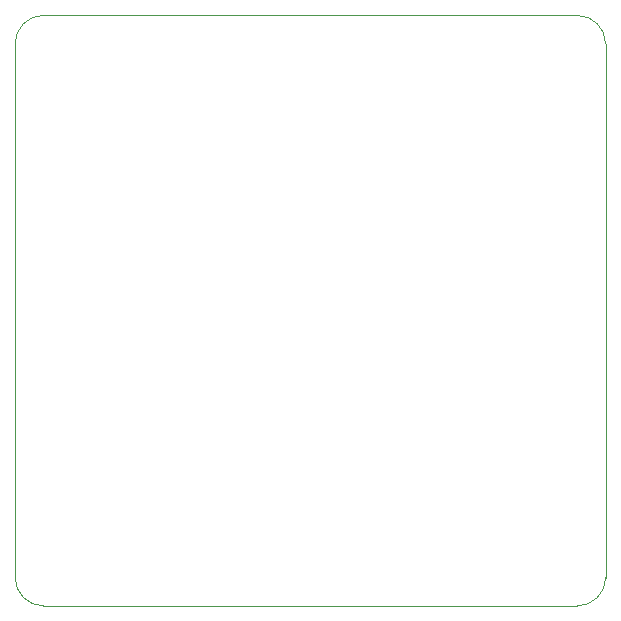
<source format=gbr>
%TF.GenerationSoftware,KiCad,Pcbnew,5.1.10-88a1d61d58~88~ubuntu20.04.1*%
%TF.CreationDate,2021-06-10T18:40:27+05:30*%
%TF.ProjectId,LB1A_DCA7M4_R512MB_F4GB,4c423141-5f44-4434-9137-4d345f523531,1.0.0*%
%TF.SameCoordinates,Original*%
%TF.FileFunction,Profile,NP*%
%FSLAX46Y46*%
G04 Gerber Fmt 4.6, Leading zero omitted, Abs format (unit mm)*
G04 Created by KiCad (PCBNEW 5.1.10-88a1d61d58~88~ubuntu20.04.1) date 2021-06-10 18:40:27*
%MOMM*%
%LPD*%
G01*
G04 APERTURE LIST*
%TA.AperFunction,Profile*%
%ADD10C,0.050000*%
%TD*%
G04 APERTURE END LIST*
D10*
X165000000Y-114100000D02*
G75*
G02*
X162600000Y-116500000I-2400000J0D01*
G01*
X117400000Y-116500000D02*
G75*
G02*
X115000000Y-114100000I0J2400000D01*
G01*
X162600000Y-66500000D02*
G75*
G02*
X165000000Y-68900000I0J-2400000D01*
G01*
X115000000Y-68900000D02*
G75*
G02*
X117400000Y-66500000I2400000J0D01*
G01*
X115000000Y-68900000D02*
X115000000Y-71500000D01*
X162600000Y-66500000D02*
X117400000Y-66500000D01*
X165000000Y-114100000D02*
X165000000Y-68900000D01*
X117400000Y-116500000D02*
X162600000Y-116500000D01*
X115000000Y-71500000D02*
X115000000Y-114100000D01*
M02*

</source>
